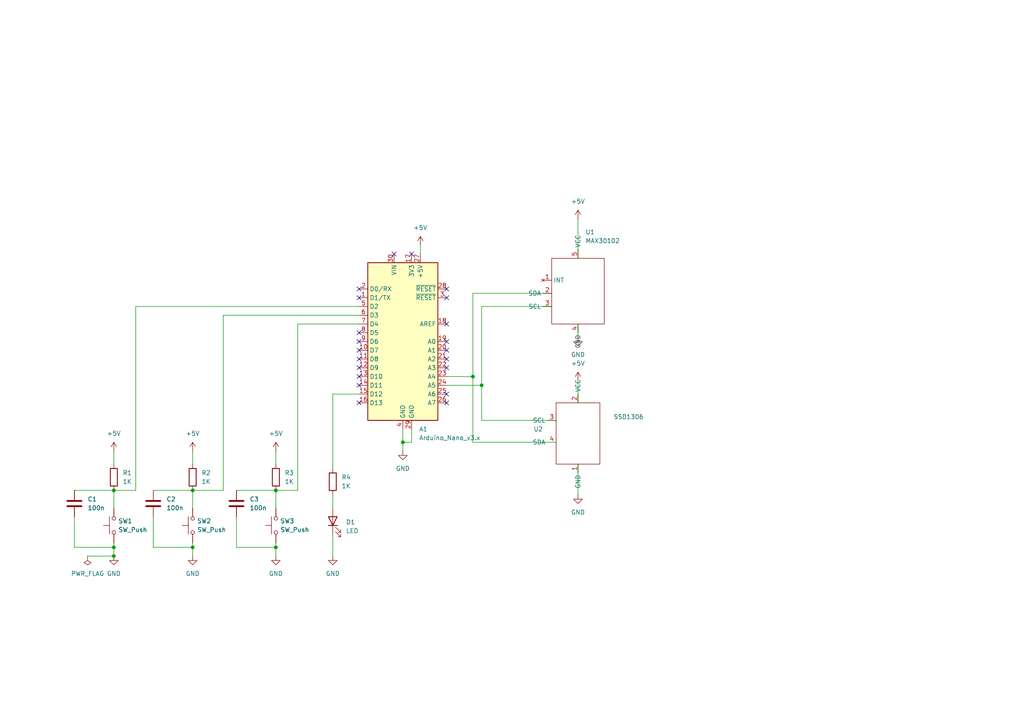
<source format=kicad_sch>
(kicad_sch (version 20250114) (generator "eeschema") (generator_version "9.0")
  (paper "A4")
  (title_block (title "Övningskort") (date "2025-04-28") (rev "v0.1") (comment 1 "https://www.youtube.com/playlist?list=PLUOaI24LpvQPls1Ru_qECJrENwzD7XImd") (comment 2 "Made by shapeDriver following HTM Workshop's KiCad Tutorial:"))
  (lib_symbols
    (symbol "Device:C" (pin_numbers (hide yes)) (pin_names (offset 0.254))
      (property "Reference" "C" (at 0.635 2.54 0))
      (property "Value" "C" (at 0.635 -2.54 0))
      (symbol "C_0_1"
        (polyline (pts (xy -2.032 0.762) (xy 2.032 0.762)) (stroke (width 0.508)))
        (polyline (pts (xy -2.032 -0.762) (xy 2.032 -0.762)) (stroke (width 0.508)))
      )
      (symbol "C_1_1"
        (pin passive line (at 0 3.81 270) (length 2.794) (name "~") (number "1"))
        (pin passive line (at 0 -3.81 90) (length 2.794) (name "~") (number "2"))
      )
    )
    (symbol "Device:LED" (pin_numbers (hide yes)) (pin_names (offset 1.016) (hide yes))
      (property "Reference" "D" (at 0 2.54 0))
      (property "Value" "LED" (at 0 -2.54 0))
      (symbol "LED_0_1"
        (polyline (pts (xy -3.048 -0.762) (xy -4.572 -2.286) (xy -3.81 -2.286) (xy -4.572 -2.286) (xy -4.572 -1.524)))
        (polyline (pts (xy -1.778 -0.762) (xy -3.302 -2.286) (xy -2.54 -2.286) (xy -3.302 -2.286) (xy -3.302 -1.524)))
        (polyline (pts (xy -1.27 0) (xy 1.27 0)))
        (polyline (pts (xy -1.27 -1.27) (xy -1.27 1.27)) (stroke (width 0.254)))
        (polyline (pts (xy 1.27 -1.27) (xy 1.27 1.27) (xy -1.27 0) (xy 1.27 -1.27)) (stroke (width 0.254)))
      )
      (symbol "LED_1_1"
        (pin passive line (at -3.81 0 0) (length 2.54) (name "K") (number "1"))
        (pin passive line (at 3.81 0 180) (length 2.54) (name "A") (number "2"))
      )
    )
    (symbol "Device:R" (pin_numbers (hide yes)) (pin_names (offset 0))
      (property "Reference" "R" (at 2.032 0 90))
      (property "Value" "R" (at 0 0 90))
      (symbol "R_0_1"
        (rectangle (start -1.016 -2.54) (end 1.016 2.54) (stroke (width 0.254)))
      )
      (symbol "R_1_1"
        (pin passive line (at 0 3.81 270) (length 1.27) (name "~") (number "1"))
        (pin passive line (at 0 -3.81 90) (length 1.27) (name "~") (number "2"))
      )
    )
    (symbol "MCU_Module:Arduino_Nano_v3.x"
      (property "Reference" "A" (at -10.16 23.495 0))
      (property "Value" "Arduino_Nano_v3.x" (at 5.08 -24.13 0))
      (symbol "Arduino_Nano_v3.x_0_1"
        (rectangle (start -10.16 22.86) (end 10.16 -22.86) (stroke (width 0.254)) (fill (type background)))
      )
      (symbol "Arduino_Nano_v3.x_1_1"
        (pin bidirectional line (at -12.7 15.24 0) (length 2.54) (name "D0/RX") (number "2"))
        (pin bidirectional line (at -12.7 12.7 0) (length 2.54) (name "D1/TX") (number "1"))
        (pin bidirectional line (at -12.7 10.16 0) (length 2.54) (name "D2") (number "5"))
        (pin bidirectional line (at -12.7 7.62 0) (length 2.54) (name "D3") (number "6"))
        (pin bidirectional line (at -12.7 5.08 0) (length 2.54) (name "D4") (number "7"))
        (pin bidirectional line (at -12.7 2.54 0) (length 2.54) (name "D5") (number "8"))
        (pin bidirectional line (at -12.7 0 0) (length 2.54) (name "D6") (number "9"))
        (pin bidirectional line (at -12.7 -2.54 0) (length 2.54) (name "D7") (number "10"))
        (pin bidirectional line (at -12.7 -5.08 0) (length 2.54) (name "D8") (number "11"))
        (pin bidirectional line (at -12.7 -7.62 0) (length 2.54) (name "D9") (number "12"))
        (pin bidirectional line (at -12.7 -10.16 0) (length 2.54) (name "D10") (number "13"))
        (pin bidirectional line (at -12.7 -12.7 0) (length 2.54) (name "D11") (number "14"))
        (pin bidirectional line (at -12.7 -15.24 0) (length 2.54) (name "D12") (number "15"))
        (pin bidirectional line (at -12.7 -17.78 0) (length 2.54) (name "D13") (number "16"))
        (pin power_in line (at -2.54 25.4 270) (length 2.54) (name "VIN") (number "30"))
        (pin power_in line (at 0 -25.4 90) (length 2.54) (name "GND") (number "4"))
        (pin power_out line (at 2.54 25.4 270) (length 2.54) (name "3V3") (number "17"))
        (pin power_in line (at 2.54 -25.4 90) (length 2.54) (name "GND") (number "29"))
        (pin power_out line (at 5.08 25.4 270) (length 2.54) (name "+5V") (number "27"))
        (pin input line (at 12.7 15.24 180) (length 2.54) (name "~{RESET}") (number "28"))
        (pin input line (at 12.7 12.7 180) (length 2.54) (name "~{RESET}") (number "3"))
        (pin input line (at 12.7 5.08 180) (length 2.54) (name "AREF") (number "18"))
        (pin bidirectional line (at 12.7 0 180) (length 2.54) (name "A0") (number "19"))
        (pin bidirectional line (at 12.7 -2.54 180) (length 2.54) (name "A1") (number "20"))
        (pin bidirectional line (at 12.7 -5.08 180) (length 2.54) (name "A2") (number "21"))
        (pin bidirectional line (at 12.7 -7.62 180) (length 2.54) (name "A3") (number "22"))
        (pin bidirectional line (at 12.7 -10.16 180) (length 2.54) (name "A4") (number "23"))
        (pin bidirectional line (at 12.7 -12.7 180) (length 2.54) (name "A5") (number "24"))
        (pin bidirectional line (at 12.7 -15.24 180) (length 2.54) (name "A6") (number "25"))
        (pin bidirectional line (at 12.7 -17.78 180) (length 2.54) (name "A7") (number "26"))
      )
    )
    (symbol "Switch:SW_Push" (pin_numbers (hide yes)) (pin_names (offset 1.016) (hide yes))
      (property "Reference" "SW" (at 1.27 2.54 0))
      (property "Value" "SW_Push" (at 0 -1.524 0))
      (symbol "SW_Push_0_1"
        (circle (center -2.032 0) (radius 0.508))
        (polyline (pts (xy 0 1.27) (xy 0 3.048)))
        (circle (center 2.032 0) (radius 0.508))
        (polyline (pts (xy 2.54 1.27) (xy -2.54 1.27)))
        (pin passive line (at -5.08 0 0) (length 2.54) (name "1") (number "1"))
        (pin passive line (at 5.08 0 180) (length 2.54) (name "2") (number "2"))
      )
    )
    (symbol "build_a_kicad_library:MAX30102_module"
      (property "Reference" "U" (at 0 0 0))
      (property "Value" "MAX30102" (at 13.208 3.556 0))
      (symbol "MAX30102_module_0_1"
        (rectangle (start -7.62 10.16) (end 7.62 -8.89))
      )
      (symbol "MAX30102_module_1_1"
        (pin no_connect line (at -10.16 3.81 0) (length 2.54) (name "INT") (number "1"))
        (pin bidirectional line (at -7.62 0 180) (length 2.54) (name "SDA") (number "2"))
        (pin input line (at -7.62 -3.81 180) (length 2.54) (name "SCL") (number "3"))
        (pin power_in line (at 0 10.16 90) (length 2.54) (name "VCC") (number "5"))
        (pin power_in line (at 0 -8.89 270) (length 2.54) (name "GND") (number "4"))
      )
    )
    (symbol "build_a_kicad_library:SSD1306"
      (property "Reference" "U" (at 0 0 0))
      (property "Value" "SSD1306" (at 10.922 2.286 0))
      (symbol "SSD1306_0_1"
        (rectangle (start -6.35 8.89) (end 6.35 -8.89))
      )
      (symbol "SSD1306_1_1"
        (pin input line (at -6.35 3.81 180) (length 2.54) (name "SCL") (number "3"))
        (pin bidirectional line (at -6.35 -2.54 180) (length 2.54) (name "SDA") (number "4"))
        (pin power_in line (at 0 8.89 90) (length 2.54) (name "VCC") (number "2"))
        (pin power_in line (at 0 -8.89 270) (length 2.54) (name "GND") (number "1"))
      )
    )
    (symbol "power:+5V" (power) (pin_numbers (hide yes)) (pin_names (offset 0) (hide yes))
      (property "Value" "+5V" (at 0 3.556 0))
      (symbol "+5V_0_1"
        (polyline (pts (xy -0.762 1.27) (xy 0 2.54)))
        (polyline (pts (xy 0 2.54) (xy 0.762 1.27)))
        (polyline (pts (xy 0 0) (xy 0 2.54)))
      )
      (symbol "+5V_1_1"
        (pin power_in line (at 0 0 90) (length 0) (name "~") (number "1"))
      )
    )
    (symbol "power:GND" (power) (pin_numbers (hide yes)) (pin_names (offset 0) (hide yes))
      (property "Value" "GND" (at 0 -3.81 0))
      (symbol "GND_0_1"
        (polyline (pts (xy 0 0) (xy 0 -1.27) (xy 1.27 -1.27) (xy 0 -2.54) (xy -1.27 -1.27) (xy 0 -1.27)))
      )
      (symbol "GND_1_1"
        (pin power_in line (at 0 0 270) (length 0) (name "~") (number "1"))
      )
    )
    (symbol "power:PWR_FLAG" (power) (pin_numbers (hide yes)) (pin_names (offset 0) (hide yes))
      (property "Value" "PWR_FLAG" (at 0 3.81 0))
      (symbol "PWR_FLAG_0_0"
        (pin power_out line (at 0 0 90) (length 0) (name "~") (number "1"))
      )
      (symbol "PWR_FLAG_0_1"
        (polyline (pts (xy 0 0) (xy 0 1.27) (xy -1.016 1.905) (xy 0 2.54) (xy 1.016 1.905) (xy 0 1.27)))
      )
    )
  )
  (junction (at 33.02 161.29))
  (junction (at 55.88 142.24))
  (junction (at 33.02 142.24))
  (junction (at 80.01 158.75))
  (junction (at 139.7 111.76))
  (junction (at 33.02 158.75))
  (junction (at 55.88 158.75))
  (junction (at 80.01 142.24))
  (junction (at 116.84 128.27))
  (junction (at 137.16 109.22))
  (no_connect (at 129.54 93.98))
  (no_connect (at 104.14 83.82))
  (no_connect (at 104.14 109.22))
  (no_connect (at 104.14 111.76))
  (no_connect (at 129.54 114.3))
  (no_connect (at 104.14 104.14))
  (no_connect (at 104.14 116.84))
  (no_connect (at 114.3 73.66))
  (no_connect (at 129.54 104.14))
  (no_connect (at 129.54 106.68))
  (no_connect (at 119.38 73.66))
  (no_connect (at 129.54 83.82))
  (no_connect (at 129.54 99.06))
  (no_connect (at 129.54 101.6))
  (no_connect (at 104.14 86.36))
  (no_connect (at 104.14 106.68))
  (no_connect (at 104.14 99.06))
  (no_connect (at 104.14 96.52))
  (no_connect (at 129.54 86.36))
  (no_connect (at 129.54 116.84))
  (no_connect (at 104.14 101.6))
  (wire (pts (xy 80.01 142.24) (xy 86.36 142.24)))
  (wire (pts (xy 167.64 93.98) (xy 167.64 97.79)))
  (wire (pts (xy 21.59 142.24) (xy 33.02 142.24)))
  (wire (pts (xy 137.16 85.09) (xy 160.02 85.09)))
  (wire (pts (xy 96.52 154.94) (xy 96.52 161.29)))
  (wire (pts (xy 55.88 161.29) (xy 55.88 158.75)))
  (wire (pts (xy 116.84 124.46) (xy 116.84 128.27)))
  (wire (pts (xy 167.64 110.49) (xy 167.64 116.84)))
  (wire (pts (xy 33.02 158.75) (xy 33.02 161.29)))
  (wire (pts (xy 44.45 158.75) (xy 55.88 158.75)))
  (wire (pts (xy 44.45 142.24) (xy 55.88 142.24)))
  (wire (pts (xy 55.88 142.24) (xy 55.88 147.32)))
  (wire (pts (xy 119.38 124.46) (xy 119.38 128.27)))
  (wire (pts (xy 139.7 121.92) (xy 139.7 111.76)))
  (wire (pts (xy 21.59 149.86) (xy 21.59 158.75)))
  (wire (pts (xy 44.45 149.86) (xy 44.45 158.75)))
  (wire (pts (xy 64.77 91.44) (xy 104.14 91.44)))
  (wire (pts (xy 116.84 128.27) (xy 116.84 130.81)))
  (wire (pts (xy 167.64 63.5) (xy 167.64 74.93)))
  (wire (pts (xy 121.92 71.12) (xy 121.92 73.66)))
  (wire (pts (xy 137.16 109.22) (xy 137.16 128.27)))
  (wire (pts (xy 139.7 88.9) (xy 139.7 111.76)))
  (wire (pts (xy 33.02 130.81) (xy 33.02 134.62)))
  (wire (pts (xy 80.01 142.24) (xy 80.01 147.32)))
  (wire (pts (xy 33.02 142.24) (xy 33.02 147.32)))
  (wire (pts (xy 167.64 134.62) (xy 167.64 143.51)))
  (wire (pts (xy 55.88 130.81) (xy 55.88 134.62)))
  (wire (pts (xy 119.38 128.27) (xy 116.84 128.27)))
  (wire (pts (xy 161.29 121.92) (xy 139.7 121.92)))
  (wire (pts (xy 55.88 142.24) (xy 64.77 142.24)))
  (wire (pts (xy 129.54 109.22) (xy 137.16 109.22)))
  (wire (pts (xy 139.7 88.9) (xy 160.02 88.9)))
  (wire (pts (xy 68.58 158.75) (xy 80.01 158.75)))
  (wire (pts (xy 80.01 130.81) (xy 80.01 134.62)))
  (wire (pts (xy 86.36 142.24) (xy 86.36 93.98)))
  (wire (pts (xy 137.16 128.27) (xy 161.29 128.27)))
  (wire (pts (xy 139.7 111.76) (xy 129.54 111.76)))
  (wire (pts (xy 96.52 135.89) (xy 96.52 114.3)))
  (wire (pts (xy 25.4 161.29) (xy 33.02 161.29)))
  (wire (pts (xy 39.37 88.9) (xy 39.37 142.24)))
  (wire (pts (xy 86.36 93.98) (xy 104.14 93.98)))
  (wire (pts (xy 33.02 142.24) (xy 39.37 142.24)))
  (wire (pts (xy 96.52 143.51) (xy 96.52 147.32)))
  (wire (pts (xy 21.59 158.75) (xy 33.02 158.75)))
  (wire (pts (xy 68.58 149.86) (xy 68.58 158.75)))
  (wire (pts (xy 80.01 158.75) (xy 80.01 161.29)))
  (wire (pts (xy 80.01 157.48) (xy 80.01 158.75)))
  (wire (pts (xy 33.02 157.48) (xy 33.02 158.75)))
  (wire (pts (xy 64.77 142.24) (xy 64.77 91.44)))
  (wire (pts (xy 39.37 88.9) (xy 104.14 88.9)))
  (wire (pts (xy 55.88 157.48) (xy 55.88 158.75)))
  (wire (pts (xy 68.58 142.24) (xy 80.01 142.24)))
  (wire (pts (xy 96.52 114.3) (xy 104.14 114.3)))
  (wire (pts (xy 137.16 109.22) (xy 137.16 85.09)))
  (symbol (lib_id "power:+5V") (at 80.01 130.81 0) (unit 1)
    (property "Reference" "#PWR07" (effects (hide yes)))
    (property "Value" "+5V" (at 80.01 125.73 0))
    (property "Description" "Power symbol creates a global label with name \"+5V\"" (effects (hide yes)))
  )
  (symbol (lib_id "Switch:SW_Push") (at 55.88 152.4 90) (unit 1)
    (property "Reference" "SW2" (at 57.15 151.1299 90) (effects (justify right)))
    (property "Value" "SW_Push" (at 57.15 153.6699 90) (effects (justify right)))
    (property "Footprint" "Button_Switch_THT:SW_PUSH_6mm" (effects (hide yes)))
    (property "Description" "Push button switch, generic, two pins" (effects (hide yes)))
  )
  (symbol (lib_id "power:+5V") (at 33.02 130.81 0) (unit 1)
    (property "Reference" "#PWR03" (effects (hide yes)))
    (property "Value" "+5V" (at 33.02 125.73 0))
    (property "Description" "Power symbol creates a global label with name \"+5V\"" (effects (hide yes)))
  )
  (symbol (lib_id "power:GND") (at 55.88 161.29 0) (unit 1)
    (property "Reference" "#PWR04" (effects (hide yes)))
    (property "Value" "GND" (at 55.88 166.37 0))
    (property "Description" "Power symbol creates a global label with name \"GND\" , ground" (effects (hide yes)))
  )
  (symbol (lib_id "power:GND") (at 33.02 161.29 0) (unit 1)
    (property "Reference" "#PWR02" (effects (hide yes)))
    (property "Value" "GND" (at 33.02 166.37 0))
    (property "Description" "Power symbol creates a global label with name \"GND\" , ground" (effects (hide yes)))
  )
  (symbol (lib_id "Device:R") (at 33.02 138.43 0) (unit 1)
    (property "Reference" "R1" (at 35.56 137.1599 0) (effects (justify left)))
    (property "Value" "1K" (at 35.56 139.6999 0) (effects (justify left)))
    (property "Footprint" "Resistor_THT:R_Axial_DIN0411_L9.9mm_D3.6mm_P5.08mm_Vertical" (effects (hide yes)))
    (property "Description" "Resistor" (effects (hide yes)))
  )
  (symbol (lib_id "Device:R") (at 55.88 138.43 0) (unit 1)
    (property "Reference" "R2" (at 58.42 137.1599 0) (effects (justify left)))
    (property "Value" "1K" (at 58.42 139.6999 0) (effects (justify left)))
    (property "Footprint" "Resistor_THT:R_Axial_DIN0411_L9.9mm_D3.6mm_P5.08mm_Vertical" (effects (hide yes)))
    (property "Description" "Resistor" (effects (hide yes)))
  )
  (symbol (lib_id "Switch:SW_Push") (at 33.02 152.4 90) (unit 1)
    (property "Reference" "SW1" (at 34.29 151.1299 90) (effects (justify right)))
    (property "Value" "SW_Push" (at 34.29 153.6699 90) (effects (justify right)))
    (property "Footprint" "Button_Switch_THT:SW_PUSH_6mm" (effects (hide yes)))
    (property "Description" "Push button switch, generic, two pins" (effects (hide yes)))
  )
  (symbol (lib_id "power:+5V") (at 55.88 130.81 0) (unit 1)
    (property "Reference" "#PWR05" (effects (hide yes)))
    (property "Value" "+5V" (at 55.88 125.73 0))
    (property "Description" "Power symbol creates a global label with name \"+5V\"" (effects (hide yes)))
  )
  (symbol (lib_id "Device:C") (at 44.45 146.05 0) (unit 1)
    (property "Reference" "C2" (at 48.26 144.7799 0) (effects (justify left)))
    (property "Value" "100n" (at 48.26 147.3199 0) (effects (justify left)))
    (property "Footprint" "Capacitor_THT:C_Disc_D3.8mm_W2.6mm_P2.50mm" (effects (hide yes)))
    (property "Description" "Unpolarized capacitor" (effects (hide yes)))
  )
  (symbol (lib_id "power:PWR_FLAG") (at 25.4 161.29 180) (unit 1)
    (property "Reference" "#FLG01" (effects (hide yes)))
    (property "Value" "PWR_FLAG" (at 25.4 166.37 0))
    (property "Description" "Special symbol for telling ERC where power comes from" (effects (hide yes)))
  )
  (symbol (lib_id "MCU_Module:Arduino_Nano_v3.x") (at 116.84 99.06 0) (unit 1)
    (property "Reference" "A1" (at 121.5233 124.46 0) (effects (justify left)))
    (property "Value" "Arduino_Nano_v3.x" (at 121.5233 127 0) (effects (justify left)))
    (property "Footprint" "Module:Arduino_Nano" (effects (hide yes)))
    (property "Datasheet" "http://www.mouser.com/pdfdocs/Gravitech_Arduino_Nano3_0.pdf" (effects (hide yes)))
    (property "Description" "Arduino Nano v3.x" (effects (hide yes)))
  )
  (symbol (lib_id "power:GND") (at 96.52 161.29 0) (unit 1)
    (property "Reference" "#PWR08" (effects (hide yes)))
    (property "Value" "GND" (at 96.52 166.37 0))
    (property "Description" "Power symbol creates a global label with name \"GND\" , ground" (effects (hide yes)))
  )
  (symbol (lib_id "power:+5V") (at 167.64 110.49 0) (unit 1)
    (property "Reference" "#PWR010" (effects (hide yes)))
    (property "Value" "+5V" (at 167.64 105.41 0))
    (property "Description" "Power symbol creates a global label with name \"+5V\"" (effects (hide yes)))
  )
  (symbol (lib_id "build_a_kicad_library:MAX30102_module") (at 167.64 85.09 0) (unit 1)
    (property "Reference" "U1" (at 169.7833 67.31 0) (effects (justify left)))
    (property "Value" "MAX30102" (at 169.7833 69.85 0) (effects (justify left)))
    (property "Footprint" "build_a_kicad_footprint:MAX30102_module" (effects (hide yes)))
  )
  (symbol (lib_id "power:GND") (at 167.64 143.51 0) (unit 1)
    (property "Reference" "#PWR011" (effects (hide yes)))
    (property "Value" "GND" (at 167.64 148.59 0))
    (property "Description" "Power symbol creates a global label with name \"GND\" , ground" (effects (hide yes)))
  )
  (symbol (lib_id "build_a_kicad_library:SSD1306") (at 167.64 125.73 0) (unit 1)
    (property "Reference" "U2" (at 157.48 124.4599 0) (effects (justify right)))
    (property "Value" "SSD1306" (at 186.69 120.904 0) (effects (justify right)))
    (property "Footprint" "build_a_kicad_footprint:SSD1306" (effects (hide yes)))
  )
  (symbol (lib_id "Device:C") (at 68.58 146.05 0) (unit 1)
    (property "Reference" "C3" (at 72.39 144.7799 0) (effects (justify left)))
    (property "Value" "100n" (at 72.39 147.3199 0) (effects (justify left)))
    (property "Footprint" "Capacitor_THT:C_Disc_D3.8mm_W2.6mm_P2.50mm" (effects (hide yes)))
    (property "Description" "Unpolarized capacitor" (effects (hide yes)))
  )
  (symbol (lib_id "Switch:SW_Push") (at 80.01 152.4 90) (unit 1)
    (property "Reference" "SW3" (at 81.28 151.1299 90) (effects (justify right)))
    (property "Value" "SW_Push" (at 81.28 153.6699 90) (effects (justify right)))
    (property "Footprint" "Button_Switch_THT:SW_PUSH_6mm" (effects (hide yes)))
    (property "Description" "Push button switch, generic, two pins" (effects (hide yes)))
  )
  (symbol (lib_id "Device:R") (at 80.01 138.43 0) (unit 1)
    (property "Reference" "R3" (at 82.55 137.1599 0) (effects (justify left)))
    (property "Value" "1K" (at 82.55 139.6999 0) (effects (justify left)))
    (property "Footprint" "Resistor_THT:R_Axial_DIN0411_L9.9mm_D3.6mm_P5.08mm_Vertical" (effects (hide yes)))
    (property "Description" "Resistor" (effects (hide yes)))
  )
  (symbol (lib_id "power:GND") (at 167.64 97.79 0) (unit 1)
    (property "Reference" "#PWR012" (effects (hide yes)))
    (property "Value" "GND" (at 167.64 102.87 0))
    (property "Description" "Power symbol creates a global label with name \"GND\" , ground" (effects (hide yes)))
  )
  (symbol (lib_id "power:+5V") (at 167.64 63.5 0) (unit 1)
    (property "Reference" "#PWR013" (effects (hide yes)))
    (property "Value" "+5V" (at 167.64 58.42 0))
    (property "Description" "Power symbol creates a global label with name \"+5V\"" (effects (hide yes)))
  )
  (symbol (lib_id "Device:R") (at 96.52 139.7 0) (unit 1)
    (property "Reference" "R4" (at 99.06 138.4299 0) (effects (justify left)))
    (property "Value" "1K" (at 99.06 140.9699 0) (effects (justify left)))
    (property "Footprint" "Resistor_THT:R_Axial_DIN0411_L9.9mm_D3.6mm_P5.08mm_Vertical" (effects (hide yes)))
    (property "Description" "Resistor" (effects (hide yes)))
  )
  (symbol (lib_id "Device:LED") (at 96.52 151.13 90) (unit 1)
    (property "Reference" "D1" (at 100.33 151.4474 90) (effects (justify right)))
    (property "Value" "LED" (at 100.33 153.9874 90) (effects (justify right)))
    (property "Footprint" "LED_THT:LED_D3.0mm" (effects (hide yes)))
    (property "Description" "Light emitting diode" (effects (hide yes)))
    (property "Sim.Pins" "1=K 2=A" (effects (hide yes)))
  )
  (symbol (lib_id "power:GND") (at 116.84 130.81 0) (unit 1)
    (property "Reference" "#PWR09" (effects (hide yes)))
    (property "Value" "GND" (at 116.84 135.89 0))
    (property "Description" "Power symbol creates a global label with name \"GND\" , ground" (effects (hide yes)))
  )
  (symbol (lib_id "Device:C") (at 21.59 146.05 0) (unit 1)
    (property "Reference" "C1" (at 25.4 144.7799 0) (effects (justify left)))
    (property "Value" "100n" (at 25.4 147.3199 0) (effects (justify left)))
    (property "Footprint" "Capacitor_THT:C_Disc_D3.8mm_W2.6mm_P2.50mm" (effects (hide yes)))
    (property "Description" "Unpolarized capacitor" (effects (hide yes)))
  )
  (symbol (lib_id "power:+5V") (at 121.92 71.12 0) (unit 1)
    (property "Reference" "#PWR01" (effects (hide yes)))
    (property "Value" "+5V" (at 121.92 66.04 0))
    (property "Description" "Power symbol creates a global label with name \"+5V\"" (effects (hide yes)))
  )
  (symbol (lib_id "power:GND") (at 80.01 161.29 0) (unit 1)
    (property "Reference" "#PWR06" (effects (hide yes)))
    (property "Value" "GND" (at 80.01 166.37 0))
    (property "Description" "Power symbol creates a global label with name \"GND\" , ground" (effects (hide yes)))
  )
)
</source>
